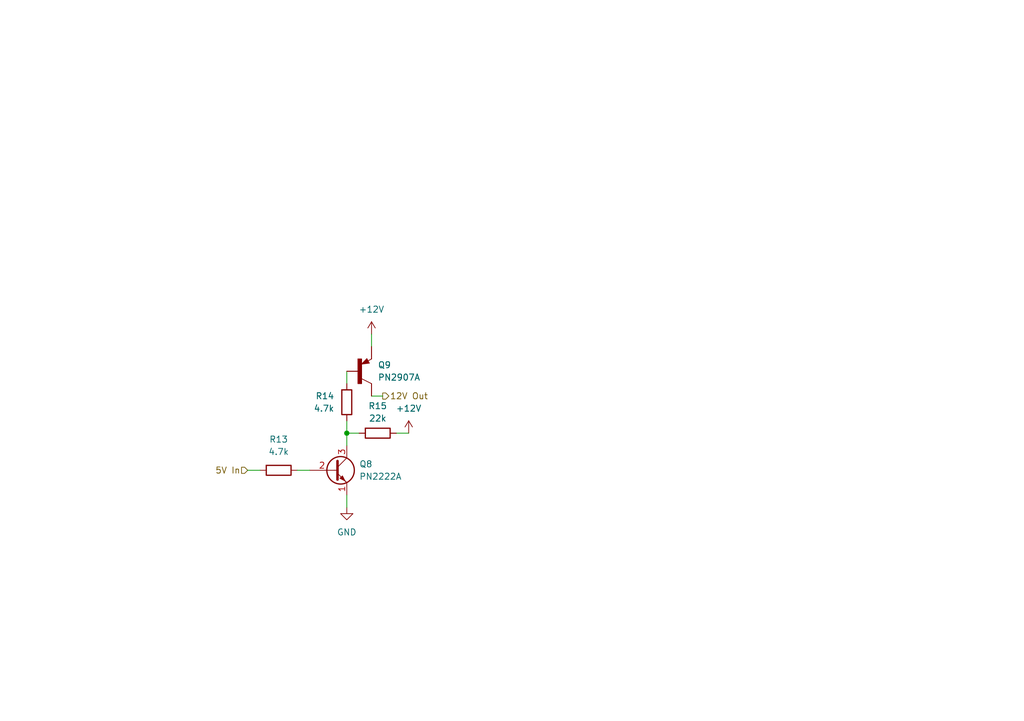
<source format=kicad_sch>
(kicad_sch (version 20211123) (generator eeschema)
  (paper "A5")
  (lib_symbols
    (symbol "Device:R" (pin_numbers hide) (pin_names (offset 0))
      (property "Reference" "R" (at 2.032 0 90))
      (property "Value" "R" (at 0 0 90))
      (symbol "R_0_1"
        (rectangle (start -1.016 -2.54) (end 1.016 2.54) (stroke (width 0.254)))
      )
      (symbol "R_1_1"
        (pin passive line (at 0 3.81 270) (length 1.27) (name "~") (number "1"))
        (pin passive line (at 0 -3.81 90) (length 1.27) (name "~") (number "2"))
      )
    )
    (symbol "PN2907A:PN2907A" (pin_numbers hide) (pin_names (offset 1.016) hide)
      (property "Reference" "Q9" (at 3.81 1.2955 0))
      (property "Value" "PN2907A" (at 3.81 -1.2445 0))
      (symbol "PN2907A_0_0"
        (rectangle (start -0.254 -2.54) (end 0.508 2.54) (fill (type outline)))
        (polyline (pts (xy 0.508 1.4732) (xy 2.0828 1.6764)) (stroke (width 0.1524)))
        (polyline (pts (xy 0.762 1.651) (xy 1.778 1.778)) (stroke (width 0.254)))
        (polyline (pts (xy 1.143 1.905) (xy 1.524 1.905)) (stroke (width 0.254)))
        (polyline (pts (xy 1.524 2.159) (xy 1.143 1.905)) (stroke (width 0.254)))
        (polyline (pts (xy 1.524 2.413) (xy 0.762 1.651)) (stroke (width 0.254)))
        (polyline (pts (xy 1.5748 2.5908) (xy 0.508 1.4732)) (stroke (width 0.1524)))
        (polyline (pts (xy 1.778 1.778) (xy 1.524 2.159)) (stroke (width 0.254)))
        (polyline (pts (xy 1.905 1.778) (xy 1.524 2.413)) (stroke (width 0.254)))
        (polyline (pts (xy 2.0828 1.6764) (xy 1.5748 2.5908)) (stroke (width 0.1524)))
        (polyline (pts (xy 2.54 -2.54) (xy 0.508 -1.524)) (stroke (width 0.1524)))
        (polyline (pts (xy 2.54 2.54) (xy 1.8034 2.1336)) (stroke (width 0.1524)))
        (pin passive line (at 2.54 5.08 270) (length 2.54) (name "E") (number "1"))
        (pin passive line (at -2.54 0 0) (length 2.54) (name "B") (number "2"))
        (pin passive line (at 2.54 -5.08 90) (length 2.54) (name "C") (number "3"))
      )
    )
    (symbol "Transistor_BJT:PN2222A" (pin_names (offset 0) hide)
      (property "Reference" "Q" (at 5.08 1.905 0))
      (property "Value" "PN2222A" (at 5.08 0 0))
      (symbol "PN2222A_0_1"
        (polyline (pts (xy 0 0) (xy 0.635 0)))
        (polyline (pts (xy 2.54 -2.54) (xy 0.635 -0.635)))
        (polyline (pts (xy 2.54 2.54) (xy 0.635 0.635)))
        (polyline (pts (xy 0.635 1.905) (xy 0.635 -1.905) (xy 0.635 -1.905)) (stroke (width 0.508)))
        (polyline (pts (xy 2.413 -2.413) (xy 1.905 -1.905) (xy 1.905 -1.905)))
        (polyline (pts (xy 1.143 -1.651) (xy 1.651 -1.143) (xy 2.159 -2.159) (xy 1.143 -1.651) (xy 1.143 -1.651)) (fill (type outline)))
        (circle (center 1.27 0) (radius 2.8194) (stroke (width 0.254)))
      )
      (symbol "PN2222A_1_1"
        (pin passive line (at 2.54 -5.08 90) (length 2.54) (name "E") (number "1"))
        (pin input line (at -5.08 0 0) (length 5.08) (name "B") (number "2"))
        (pin passive line (at 2.54 5.08 270) (length 2.54) (name "C") (number "3"))
      )
    )
    (symbol "power:+12V" (power) (pin_names (offset 0))
      (property "Value" "+12V" (at 0 3.556 0))
      (symbol "+12V_0_1"
        (polyline (pts (xy -0.762 1.27) (xy 0 2.54)))
        (polyline (pts (xy 0 0) (xy 0 2.54)))
        (polyline (pts (xy 0 2.54) (xy 0.762 1.27)))
      )
      (symbol "+12V_1_1"
        (pin power_in line (at 0 0 90) (length 0) hide (name "+12V") (number "1"))
      )
    )
    (symbol "power:GND" (power) (pin_names (offset 0))
      (property "Value" "GND" (at 0 -3.81 0))
      (symbol "GND_0_1"
        (polyline (pts (xy 0 0) (xy 0 -1.27) (xy 1.27 -1.27) (xy 0 -2.54) (xy -1.27 -1.27) (xy 0 -1.27)))
      )
      (symbol "GND_1_1"
        (pin power_in line (at 0 0 270) (length 0) hide (name "GND") (number "1"))
      )
    )
  )
  (junction (at 71.12 88.9))
  (wire (pts (xy 71.12 101.6) (xy 71.12 104.14)))
  (wire (pts (xy 50.8 96.52) (xy 53.34 96.52)))
  (wire (pts (xy 71.12 76.2) (xy 71.12 78.74)))
  (wire (pts (xy 71.12 88.9) (xy 71.12 91.44)))
  (wire (pts (xy 60.96 96.52) (xy 63.5 96.52)))
  (wire (pts (xy 76.2 68.58) (xy 76.2 71.12)))
  (wire (pts (xy 81.28 88.9) (xy 83.82 88.9)))
  (wire (pts (xy 73.66 88.9) (xy 71.12 88.9)))
  (wire (pts (xy 71.12 86.36) (xy 71.12 88.9)))
  (wire (pts (xy 76.2 81.28) (xy 78.486 81.28)))
  (hierarchical_label "5V In" (shape input) (at 50.8 96.52 180))
  (hierarchical_label "12V Out" (shape output) (at 78.486 81.28 0))
  (symbol (lib_id "Device:R") (at 77.47 88.9 270) (mirror x)
    (property "Reference" "R15" (at 77.47 83.312 90))
    (property "Value" "22k" (at 77.47 85.852 90))
    (property "Footprint" "Resistor_THT:R_Axial_DIN0207_L6.3mm_D2.5mm_P10.16mm_Horizontal" (effects hide))
  )
  (symbol (lib_id "Transistor_BJT:PN2222A") (at 68.58 96.52 0)
    (property "Reference" "Q8" (at 73.66 95.2499 0) (effects (justify left)))
    (property "Value" "PN2222A" (at 73.66 97.7899 0) (effects (justify left)))
    (property "Footprint" "Package_TO_SOT_THT:TO-92_Inline" (effects hide))
    (property "Datasheet" "https://www.onsemi.com/pub/Collateral/PN2222-D.PDF" (effects hide))
  )
  (symbol (lib_id "Device:R") (at 71.12 82.55 0) (mirror x)
    (property "Reference" "R14" (at 68.58 81.2799 0) (effects (justify right)))
    (property "Value" "4.7k" (at 68.58 83.8199 0) (effects (justify right)))
    (property "Footprint" "Resistor_THT:R_Axial_DIN0207_L6.3mm_D2.5mm_P10.16mm_Horizontal" (effects hide))
  )
  (symbol (lib_id "power:+12V") (at 83.82 88.9 0)
    (property "Reference" "#PWR0132" (effects hide))
    (property "Value" "+12V" (at 83.82 83.82 0))
  )
  (symbol (lib_id "PN2907A:PN2907A") (at 73.66 76.2 0)
    (property "Reference" "Q9" (at 77.47 74.9045 0) (effects (justify left)))
    (property "Value" "PN2907A" (at 77.47 77.4445 0) (effects (justify left)))
    (property "Footprint" "Package_TO_SOT_THT:TO-92_Inline" (effects hide))
  )
  (symbol (lib_id "power:+12V") (at 76.2 68.58 0)
    (property "Reference" "#PWR0131" (effects hide))
    (property "Value" "+12V" (at 76.2 63.5 0))
  )
  (symbol (lib_id "Device:R") (at 57.15 96.52 90)
    (property "Reference" "R13" (at 57.15 90.17 90))
    (property "Value" "4.7k" (at 57.15 92.71 90))
    (property "Footprint" "Resistor_THT:R_Axial_DIN0207_L6.3mm_D2.5mm_P10.16mm_Horizontal" (effects hide))
  )
  (symbol (lib_id "power:GND") (at 71.12 104.14 0)
    (property "Reference" "#PWR0130" (effects hide))
    (property "Value" "GND" (at 71.12 109.22 0))
  )
)
</source>
